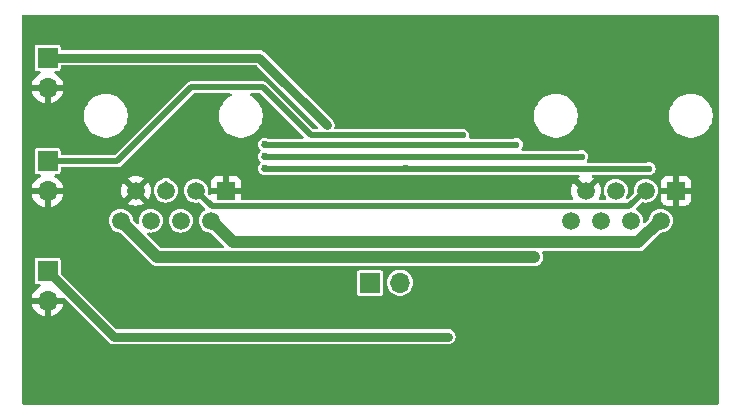
<source format=gbl>
%TF.GenerationSoftware,KiCad,Pcbnew,8.0.4*%
%TF.CreationDate,2024-08-23T02:05:05+01:00*%
%TF.ProjectId,PicoChainReference,5069636f-4368-4616-996e-526566657265,v1.1*%
%TF.SameCoordinates,Original*%
%TF.FileFunction,Copper,L2,Bot*%
%TF.FilePolarity,Positive*%
%FSLAX46Y46*%
G04 Gerber Fmt 4.6, Leading zero omitted, Abs format (unit mm)*
G04 Created by KiCad (PCBNEW 8.0.4) date 2024-08-23 02:05:05*
%MOMM*%
%LPD*%
G01*
G04 APERTURE LIST*
%TA.AperFunction,ComponentPad*%
%ADD10R,1.700000X1.700000*%
%TD*%
%TA.AperFunction,ComponentPad*%
%ADD11O,1.700000X1.700000*%
%TD*%
%TA.AperFunction,ComponentPad*%
%ADD12R,1.500000X1.500000*%
%TD*%
%TA.AperFunction,ComponentPad*%
%ADD13C,1.500000*%
%TD*%
%TA.AperFunction,ViaPad*%
%ADD14C,0.600000*%
%TD*%
%TA.AperFunction,Conductor*%
%ADD15C,0.762000*%
%TD*%
%TA.AperFunction,Conductor*%
%ADD16C,0.508000*%
%TD*%
%TA.AperFunction,Conductor*%
%ADD17C,1.016000*%
%TD*%
G04 APERTURE END LIST*
D10*
%TO.P,J3,1,Pin_1*%
%TO.N,/+12V(R)*%
X102651000Y-88165000D03*
D11*
%TO.P,J3,2,Pin_2*%
%TO.N,GND*%
X102651000Y-90705000D03*
%TD*%
D12*
%TO.P,J1,1*%
%TO.N,GND*%
X117744500Y-81396000D03*
D13*
%TO.P,J1,2*%
%TO.N,+24V*%
X116474500Y-83936000D03*
%TO.P,J1,3*%
%TO.N,Net-(U2-DSCLM)*%
X115204500Y-81396000D03*
%TO.P,J1,4*%
%TO.N,Net-(U2-DSCLP)*%
X113934500Y-83936000D03*
%TO.P,J1,5*%
%TO.N,Net-(U2-DSDAP)*%
X112664500Y-81396000D03*
%TO.P,J1,6*%
%TO.N,Net-(U2-DSDAM)*%
X111394500Y-83936000D03*
%TO.P,J1,7*%
%TO.N,GND*%
X110124500Y-81396000D03*
%TO.P,J1,8*%
%TO.N,+12V*%
X108854500Y-83936000D03*
%TD*%
D10*
%TO.P,J6,1,Pin_1*%
%TO.N,+5V*%
X102651000Y-78894000D03*
D11*
%TO.P,J6,2,Pin_2*%
%TO.N,GND*%
X102651000Y-81434000D03*
%TD*%
D10*
%TO.P,J5,1,Pin_1*%
%TO.N,Net-(J5-Pin_1)*%
X129951000Y-89186000D03*
D11*
%TO.P,J5,2,Pin_2*%
%TO.N,Net-(J5-Pin_2)*%
X132491000Y-89186000D03*
%TD*%
D12*
%TO.P,J2,1*%
%TO.N,GND*%
X155844500Y-81396000D03*
D13*
%TO.P,J2,2*%
%TO.N,+24V*%
X154574500Y-83936000D03*
%TO.P,J2,3*%
%TO.N,Net-(U2-DSCLM)*%
X153304500Y-81396000D03*
%TO.P,J2,4*%
%TO.N,Net-(U2-DSCLP)*%
X152034500Y-83936000D03*
%TO.P,J2,5*%
%TO.N,Net-(U2-DSDAP)*%
X150764500Y-81396000D03*
%TO.P,J2,6*%
%TO.N,Net-(U2-DSDAM)*%
X149494500Y-83936000D03*
%TO.P,J2,7*%
%TO.N,GND*%
X148224500Y-81396000D03*
%TO.P,J2,8*%
%TO.N,+12V*%
X146954500Y-83936000D03*
%TD*%
D10*
%TO.P,J4,1,Pin_1*%
%TO.N,/+5V(M)*%
X102651000Y-70131000D03*
D11*
%TO.P,J4,2,Pin_2*%
%TO.N,GND*%
X102651000Y-72671000D03*
%TD*%
D14*
%TO.N,/+5V(M)*%
X126319000Y-75865000D03*
%TO.N,+5V*%
X137785000Y-76700000D03*
%TO.N,+12V*%
X143894750Y-86995750D03*
%TO.N,Net-(U2-DSDAP)*%
X121031000Y-78486000D03*
X147870500Y-78502000D03*
X133020000Y-78582000D03*
%TO.N,Net-(U2-DSDAM)*%
X121031000Y-77470000D03*
X142330500Y-77486000D03*
X133020000Y-77566000D03*
%TO.N,Net-(U2-DSCLM)*%
X133258000Y-82709000D03*
%TO.N,Net-(U2-DSCLP)*%
X121031000Y-79502000D03*
X153578000Y-79534000D03*
X133020000Y-79492000D03*
%TO.N,/+12V(R)*%
X136560000Y-93758000D03*
%TD*%
D15*
%TO.N,/+5V(M)*%
X120590000Y-70136000D02*
X102656000Y-70136000D01*
X126319000Y-75865000D02*
X120590000Y-70136000D01*
X102656000Y-70136000D02*
X102651000Y-70131000D01*
D16*
%TO.N,+5V*%
X108558000Y-78894000D02*
X102651000Y-78894000D01*
X120904000Y-72644000D02*
X114808000Y-72644000D01*
X114808000Y-72644000D02*
X108558000Y-78894000D01*
X137785000Y-76700000D02*
X124960000Y-76700000D01*
X124960000Y-76700000D02*
X120904000Y-72644000D01*
D17*
%TO.N,+12V*%
X143863500Y-87027000D02*
X111945500Y-87027000D01*
X111945500Y-87027000D02*
X108854500Y-83936000D01*
D15*
X143894750Y-86995750D02*
X143863500Y-87027000D01*
D16*
%TO.N,Net-(U2-DSDAP)*%
X112664500Y-80823500D02*
X112664500Y-81316000D01*
X147870500Y-78502000D02*
X121047000Y-78502000D01*
X121047000Y-78502000D02*
X121031000Y-78486000D01*
X121031000Y-78486000D02*
X121015000Y-78502000D01*
%TO.N,Net-(U2-DSDAM)*%
X121047000Y-77486000D02*
X121031000Y-77470000D01*
X142330500Y-77486000D02*
X121047000Y-77486000D01*
X121031000Y-77470000D02*
X121015000Y-77486000D01*
X149494500Y-83856000D02*
X149042000Y-83856000D01*
%TO.N,Net-(U2-DSCLM)*%
X133258000Y-82709000D02*
X151911500Y-82709000D01*
X151911500Y-82709000D02*
X153304500Y-81316000D01*
X133258000Y-82709000D02*
X133235000Y-82732000D01*
X133235000Y-82732000D02*
X116540500Y-82732000D01*
X116540500Y-82732000D02*
X115204500Y-81396000D01*
%TO.N,Net-(U2-DSCLP)*%
X153578000Y-79534000D02*
X121063000Y-79534000D01*
X121063000Y-79534000D02*
X121031000Y-79502000D01*
X121031000Y-79502000D02*
X120999000Y-79534000D01*
D17*
%TO.N,+24V*%
X116474500Y-83856000D02*
X118375500Y-85757000D01*
X118375500Y-85757000D02*
X152673500Y-85757000D01*
X152673500Y-85757000D02*
X154574500Y-83856000D01*
D15*
%TO.N,/+12V(R)*%
X108244000Y-93758000D02*
X102651000Y-88165000D01*
X136560000Y-93758000D02*
X108244000Y-93758000D01*
%TD*%
%TA.AperFunction,Conductor*%
%TO.N,GND*%
G36*
X159441621Y-66520502D02*
G01*
X159488114Y-66574158D01*
X159499500Y-66626500D01*
X159499500Y-99373500D01*
X159479498Y-99441621D01*
X159425842Y-99488114D01*
X159373500Y-99499500D01*
X100626500Y-99499500D01*
X100558379Y-99479498D01*
X100511886Y-99425842D01*
X100500500Y-99373500D01*
X100500500Y-90450999D01*
X101314455Y-90450999D01*
X101314456Y-90451000D01*
X102220297Y-90451000D01*
X102185075Y-90512007D01*
X102151000Y-90639174D01*
X102151000Y-90770826D01*
X102185075Y-90897993D01*
X102220297Y-90959000D01*
X101314455Y-90959000D01*
X101362176Y-91147449D01*
X101362179Y-91147456D01*
X101452580Y-91353548D01*
X101575674Y-91541958D01*
X101728097Y-91707534D01*
X101905698Y-91845767D01*
X101905699Y-91845768D01*
X102103628Y-91952882D01*
X102103630Y-91952883D01*
X102316483Y-92025955D01*
X102316492Y-92025957D01*
X102397000Y-92039391D01*
X102397000Y-91135702D01*
X102458007Y-91170925D01*
X102585174Y-91205000D01*
X102716826Y-91205000D01*
X102843993Y-91170925D01*
X102905000Y-91135702D01*
X102905000Y-92039390D01*
X102985507Y-92025957D01*
X102985516Y-92025955D01*
X103198369Y-91952883D01*
X103198371Y-91952882D01*
X103396300Y-91845768D01*
X103396301Y-91845767D01*
X103573902Y-91707534D01*
X103726325Y-91541958D01*
X103849419Y-91353548D01*
X103939820Y-91147456D01*
X103939823Y-91147449D01*
X103987544Y-90959000D01*
X103081703Y-90959000D01*
X103116925Y-90897993D01*
X103151000Y-90770826D01*
X103151000Y-90639174D01*
X103116925Y-90512007D01*
X103081703Y-90451000D01*
X103986077Y-90451000D01*
X104054198Y-90471002D01*
X104075172Y-90487905D01*
X107750375Y-94163108D01*
X107838892Y-94251625D01*
X107942978Y-94321173D01*
X108058631Y-94369078D01*
X108181409Y-94393500D01*
X108181410Y-94393500D01*
X136622590Y-94393500D01*
X136622591Y-94393500D01*
X136745369Y-94369078D01*
X136861022Y-94321173D01*
X136965108Y-94251625D01*
X137053625Y-94163108D01*
X137123173Y-94059022D01*
X137171078Y-93943369D01*
X137195500Y-93820591D01*
X137195500Y-93695409D01*
X137171078Y-93572631D01*
X137123173Y-93456978D01*
X137053625Y-93352892D01*
X136965108Y-93264375D01*
X136861022Y-93194827D01*
X136745369Y-93146922D01*
X136622593Y-93122500D01*
X136622591Y-93122500D01*
X108559423Y-93122500D01*
X108491302Y-93102498D01*
X108470328Y-93085595D01*
X103792404Y-88407671D01*
X103758378Y-88345359D01*
X103755499Y-88318576D01*
X103755499Y-88310930D01*
X128846500Y-88310930D01*
X128846500Y-90061063D01*
X128846501Y-90061073D01*
X128861265Y-90135300D01*
X128917516Y-90219484D01*
X129001697Y-90275733D01*
X129001699Y-90275734D01*
X129075933Y-90290500D01*
X130826066Y-90290499D01*
X130826069Y-90290498D01*
X130826073Y-90290498D01*
X130875326Y-90280701D01*
X130900301Y-90275734D01*
X130984484Y-90219484D01*
X131040734Y-90135301D01*
X131055500Y-90061067D01*
X131055499Y-89185995D01*
X131381768Y-89185995D01*
X131381768Y-89186004D01*
X131400654Y-89389819D01*
X131400655Y-89389821D01*
X131456672Y-89586701D01*
X131547912Y-89769935D01*
X131547913Y-89769936D01*
X131671266Y-89933284D01*
X131822536Y-90071185D01*
X131996566Y-90178940D01*
X131996568Y-90178940D01*
X131996573Y-90178944D01*
X132187444Y-90252888D01*
X132388653Y-90290500D01*
X132388655Y-90290500D01*
X132593345Y-90290500D01*
X132593347Y-90290500D01*
X132794556Y-90252888D01*
X132985427Y-90178944D01*
X133159462Y-90071186D01*
X133310732Y-89933285D01*
X133434088Y-89769935D01*
X133525328Y-89586701D01*
X133581345Y-89389821D01*
X133593863Y-89254733D01*
X133600232Y-89186004D01*
X133600232Y-89185995D01*
X133581345Y-88982180D01*
X133581345Y-88982179D01*
X133525328Y-88785299D01*
X133434088Y-88602065D01*
X133393538Y-88548368D01*
X133310733Y-88438715D01*
X133159463Y-88300814D01*
X132985433Y-88193059D01*
X132985428Y-88193057D01*
X132985427Y-88193056D01*
X132985422Y-88193054D01*
X132794559Y-88119113D01*
X132794560Y-88119113D01*
X132794557Y-88119112D01*
X132794556Y-88119112D01*
X132593347Y-88081500D01*
X132388653Y-88081500D01*
X132187444Y-88119112D01*
X132187439Y-88119113D01*
X131996577Y-88193054D01*
X131996566Y-88193059D01*
X131822536Y-88300814D01*
X131671266Y-88438715D01*
X131547913Y-88602063D01*
X131456671Y-88785301D01*
X131400654Y-88982180D01*
X131381768Y-89185995D01*
X131055499Y-89185995D01*
X131055499Y-88310934D01*
X131055498Y-88310930D01*
X131055498Y-88310926D01*
X131040734Y-88236699D01*
X130984483Y-88152515D01*
X130900302Y-88096266D01*
X130826067Y-88081500D01*
X129075936Y-88081500D01*
X129075926Y-88081501D01*
X129001699Y-88096265D01*
X128917515Y-88152516D01*
X128861266Y-88236697D01*
X128846500Y-88310930D01*
X103755499Y-88310930D01*
X103755499Y-87289936D01*
X103755498Y-87289927D01*
X103740734Y-87215699D01*
X103684483Y-87131515D01*
X103600302Y-87075266D01*
X103526067Y-87060500D01*
X101775936Y-87060500D01*
X101775926Y-87060501D01*
X101701699Y-87075265D01*
X101617515Y-87131516D01*
X101561266Y-87215697D01*
X101546500Y-87289930D01*
X101546500Y-89040063D01*
X101546501Y-89040073D01*
X101561265Y-89114300D01*
X101617516Y-89198484D01*
X101701697Y-89254733D01*
X101701699Y-89254734D01*
X101775933Y-89269500D01*
X101952754Y-89269499D01*
X102020873Y-89289501D01*
X102067366Y-89343156D01*
X102077471Y-89413430D01*
X102047978Y-89478011D01*
X102012723Y-89506312D01*
X101905704Y-89564228D01*
X101905698Y-89564232D01*
X101728097Y-89702465D01*
X101575674Y-89868041D01*
X101452580Y-90056451D01*
X101362179Y-90262543D01*
X101362176Y-90262550D01*
X101314455Y-90450999D01*
X100500500Y-90450999D01*
X100500500Y-74924709D01*
X105734000Y-74924709D01*
X105734000Y-75167290D01*
X105765660Y-75407782D01*
X105828444Y-75642095D01*
X105828445Y-75642097D01*
X105828446Y-75642100D01*
X105921276Y-75866212D01*
X105921277Y-75866213D01*
X105921282Y-75866224D01*
X106042561Y-76076285D01*
X106042563Y-76076288D01*
X106042564Y-76076289D01*
X106190235Y-76268738D01*
X106190239Y-76268742D01*
X106190244Y-76268748D01*
X106361751Y-76440255D01*
X106361756Y-76440259D01*
X106361762Y-76440265D01*
X106511610Y-76555247D01*
X106554214Y-76587938D01*
X106764275Y-76709217D01*
X106764279Y-76709218D01*
X106764288Y-76709224D01*
X106988400Y-76802054D01*
X107222711Y-76864838D01*
X107222715Y-76864838D01*
X107222717Y-76864839D01*
X107284702Y-76872999D01*
X107463212Y-76896500D01*
X107463219Y-76896500D01*
X107705781Y-76896500D01*
X107705788Y-76896500D01*
X107923137Y-76867885D01*
X107946282Y-76864839D01*
X107946282Y-76864838D01*
X107946289Y-76864838D01*
X108180600Y-76802054D01*
X108404712Y-76709224D01*
X108614789Y-76587936D01*
X108807238Y-76440265D01*
X108978765Y-76268738D01*
X109126436Y-76076289D01*
X109247724Y-75866212D01*
X109340554Y-75642100D01*
X109403338Y-75407789D01*
X109435000Y-75167288D01*
X109435000Y-74924712D01*
X109403338Y-74684211D01*
X109340554Y-74449900D01*
X109247724Y-74225788D01*
X109247718Y-74225779D01*
X109247717Y-74225775D01*
X109126438Y-74015714D01*
X109052137Y-73918883D01*
X108978765Y-73823262D01*
X108978759Y-73823256D01*
X108978755Y-73823251D01*
X108807248Y-73651744D01*
X108807242Y-73651739D01*
X108807238Y-73651735D01*
X108614789Y-73504064D01*
X108614788Y-73504063D01*
X108614785Y-73504061D01*
X108404724Y-73382782D01*
X108404716Y-73382778D01*
X108404712Y-73382776D01*
X108180600Y-73289946D01*
X108180597Y-73289945D01*
X108180595Y-73289944D01*
X107946282Y-73227160D01*
X107705790Y-73195500D01*
X107705788Y-73195500D01*
X107463212Y-73195500D01*
X107463209Y-73195500D01*
X107222717Y-73227160D01*
X106988404Y-73289944D01*
X106988400Y-73289946D01*
X106764286Y-73382777D01*
X106764275Y-73382782D01*
X106554214Y-73504061D01*
X106361762Y-73651735D01*
X106361751Y-73651744D01*
X106190244Y-73823251D01*
X106190235Y-73823262D01*
X106042561Y-74015714D01*
X105921282Y-74225775D01*
X105921277Y-74225786D01*
X105828446Y-74449900D01*
X105828444Y-74449904D01*
X105765660Y-74684217D01*
X105734000Y-74924709D01*
X100500500Y-74924709D01*
X100500500Y-72416999D01*
X101314455Y-72416999D01*
X101314456Y-72417000D01*
X102220297Y-72417000D01*
X102185075Y-72478007D01*
X102151000Y-72605174D01*
X102151000Y-72736826D01*
X102185075Y-72863993D01*
X102220297Y-72925000D01*
X101314455Y-72925000D01*
X101362176Y-73113449D01*
X101362179Y-73113456D01*
X101452580Y-73319548D01*
X101575674Y-73507958D01*
X101728097Y-73673534D01*
X101905698Y-73811767D01*
X101905699Y-73811768D01*
X102103628Y-73918882D01*
X102103630Y-73918883D01*
X102316483Y-73991955D01*
X102316492Y-73991957D01*
X102397000Y-74005391D01*
X102397000Y-73101702D01*
X102458007Y-73136925D01*
X102585174Y-73171000D01*
X102716826Y-73171000D01*
X102843993Y-73136925D01*
X102905000Y-73101702D01*
X102905000Y-74005390D01*
X102985507Y-73991957D01*
X102985516Y-73991955D01*
X103198369Y-73918883D01*
X103198371Y-73918882D01*
X103396300Y-73811768D01*
X103396301Y-73811767D01*
X103573902Y-73673534D01*
X103726325Y-73507958D01*
X103849419Y-73319548D01*
X103939820Y-73113456D01*
X103939823Y-73113449D01*
X103987544Y-72925000D01*
X103081703Y-72925000D01*
X103116925Y-72863993D01*
X103151000Y-72736826D01*
X103151000Y-72605174D01*
X103116925Y-72478007D01*
X103081703Y-72417000D01*
X103987544Y-72417000D01*
X103987544Y-72416999D01*
X103939823Y-72228550D01*
X103939820Y-72228543D01*
X103849419Y-72022451D01*
X103726325Y-71834041D01*
X103573902Y-71668465D01*
X103396303Y-71530233D01*
X103289275Y-71472313D01*
X103238885Y-71422299D01*
X103223533Y-71352982D01*
X103248094Y-71286369D01*
X103304769Y-71243610D01*
X103349244Y-71235499D01*
X103526066Y-71235499D01*
X103526069Y-71235498D01*
X103526073Y-71235498D01*
X103575326Y-71225701D01*
X103600301Y-71220734D01*
X103684484Y-71164484D01*
X103740734Y-71080301D01*
X103755500Y-71006067D01*
X103755500Y-70897500D01*
X103775502Y-70829379D01*
X103829158Y-70782886D01*
X103881500Y-70771500D01*
X120274577Y-70771500D01*
X120342698Y-70791502D01*
X120363672Y-70808405D01*
X125531672Y-75976405D01*
X125565698Y-76038717D01*
X125560633Y-76109532D01*
X125518086Y-76166368D01*
X125451566Y-76191179D01*
X125442577Y-76191500D01*
X125222818Y-76191500D01*
X125154697Y-76171498D01*
X125133723Y-76154595D01*
X121216233Y-72237104D01*
X121216223Y-72237096D01*
X121100278Y-72170155D01*
X121100276Y-72170154D01*
X121100274Y-72170153D01*
X120970945Y-72135500D01*
X114874946Y-72135500D01*
X114741055Y-72135500D01*
X114611726Y-72170153D01*
X114611724Y-72170154D01*
X114611721Y-72170155D01*
X114495775Y-72237097D01*
X114495772Y-72237099D01*
X108384277Y-78348595D01*
X108321965Y-78382621D01*
X108295182Y-78385500D01*
X103881499Y-78385500D01*
X103813378Y-78365498D01*
X103766885Y-78311842D01*
X103755499Y-78259500D01*
X103755499Y-78018936D01*
X103755498Y-78018927D01*
X103740734Y-77944699D01*
X103698488Y-77881474D01*
X103684484Y-77860516D01*
X103684483Y-77860515D01*
X103600302Y-77804266D01*
X103526067Y-77789500D01*
X101775936Y-77789500D01*
X101775926Y-77789501D01*
X101701699Y-77804265D01*
X101617515Y-77860516D01*
X101561266Y-77944697D01*
X101546500Y-78018930D01*
X101546500Y-79769063D01*
X101546501Y-79769073D01*
X101561265Y-79843300D01*
X101617516Y-79927484D01*
X101701697Y-79983733D01*
X101701699Y-79983734D01*
X101775933Y-79998500D01*
X101952755Y-79998499D01*
X102020873Y-80018501D01*
X102067366Y-80072156D01*
X102077471Y-80142430D01*
X102047978Y-80207011D01*
X102012723Y-80235312D01*
X101905704Y-80293228D01*
X101905698Y-80293232D01*
X101728097Y-80431465D01*
X101575674Y-80597041D01*
X101452580Y-80785451D01*
X101362179Y-80991543D01*
X101362176Y-80991550D01*
X101314455Y-81179999D01*
X101314456Y-81180000D01*
X102220297Y-81180000D01*
X102185075Y-81241007D01*
X102151000Y-81368174D01*
X102151000Y-81499826D01*
X102185075Y-81626993D01*
X102220297Y-81688000D01*
X101314455Y-81688000D01*
X101362176Y-81876449D01*
X101362179Y-81876456D01*
X101452580Y-82082548D01*
X101575674Y-82270958D01*
X101728097Y-82436534D01*
X101905698Y-82574767D01*
X101905699Y-82574768D01*
X102103628Y-82681882D01*
X102103630Y-82681883D01*
X102316483Y-82754955D01*
X102316492Y-82754957D01*
X102397000Y-82768391D01*
X102397000Y-81864702D01*
X102458007Y-81899925D01*
X102585174Y-81934000D01*
X102716826Y-81934000D01*
X102843993Y-81899925D01*
X102905000Y-81864702D01*
X102905000Y-82768390D01*
X102985507Y-82754957D01*
X102985516Y-82754955D01*
X103198369Y-82681883D01*
X103198371Y-82681882D01*
X103396300Y-82574768D01*
X103396301Y-82574767D01*
X103573902Y-82436534D01*
X103726325Y-82270958D01*
X103849419Y-82082548D01*
X103939820Y-81876456D01*
X103939823Y-81876449D01*
X103987544Y-81688000D01*
X103081703Y-81688000D01*
X103116925Y-81626993D01*
X103151000Y-81499826D01*
X103151000Y-81396000D01*
X108861695Y-81396000D01*
X108880880Y-81615287D01*
X108937850Y-81827903D01*
X108937852Y-81827907D01*
X109030879Y-82027403D01*
X109073300Y-82087987D01*
X109744500Y-81416788D01*
X109744500Y-81446028D01*
X109770396Y-81542675D01*
X109820424Y-81629325D01*
X109891175Y-81700076D01*
X109977825Y-81750104D01*
X110074472Y-81776000D01*
X110103710Y-81776000D01*
X109432511Y-82447197D01*
X109432511Y-82447198D01*
X109493097Y-82489621D01*
X109692592Y-82582647D01*
X109692596Y-82582649D01*
X109905212Y-82639619D01*
X110124500Y-82658804D01*
X110343787Y-82639619D01*
X110556403Y-82582649D01*
X110556407Y-82582647D01*
X110755899Y-82489622D01*
X110816487Y-82447197D01*
X110816487Y-82447196D01*
X110145291Y-81776000D01*
X110174528Y-81776000D01*
X110271175Y-81750104D01*
X110357825Y-81700076D01*
X110428576Y-81629325D01*
X110478604Y-81542675D01*
X110504500Y-81446028D01*
X110504500Y-81416791D01*
X111175696Y-82087987D01*
X111175697Y-82087987D01*
X111218122Y-82027399D01*
X111311147Y-81827907D01*
X111311149Y-81827903D01*
X111368119Y-81615287D01*
X111387304Y-81396000D01*
X111387304Y-81395997D01*
X111655140Y-81395997D01*
X111655140Y-81396002D01*
X111674533Y-81592909D01*
X111674534Y-81592915D01*
X111674535Y-81592916D01*
X111731973Y-81782265D01*
X111825248Y-81956770D01*
X111950775Y-82109725D01*
X112103730Y-82235252D01*
X112278235Y-82328527D01*
X112467584Y-82385965D01*
X112467588Y-82385965D01*
X112467590Y-82385966D01*
X112664497Y-82405360D01*
X112664500Y-82405360D01*
X112664503Y-82405360D01*
X112861409Y-82385966D01*
X112861410Y-82385965D01*
X112861416Y-82385965D01*
X113050765Y-82328527D01*
X113225270Y-82235252D01*
X113378225Y-82109725D01*
X113503752Y-81956770D01*
X113597027Y-81782265D01*
X113654465Y-81592916D01*
X113659414Y-81542675D01*
X113673860Y-81396002D01*
X113673860Y-81395997D01*
X113654466Y-81199090D01*
X113654465Y-81199088D01*
X113654465Y-81199084D01*
X113597027Y-81009735D01*
X113503752Y-80835230D01*
X113378225Y-80682275D01*
X113225270Y-80556748D01*
X113188148Y-80536906D01*
X113050766Y-80463473D01*
X113050761Y-80463471D01*
X113041966Y-80460803D01*
X112989454Y-80429326D01*
X112976727Y-80416599D01*
X112976724Y-80416597D01*
X112860778Y-80349655D01*
X112860776Y-80349654D01*
X112860774Y-80349653D01*
X112731445Y-80315000D01*
X112597555Y-80315000D01*
X112468226Y-80349653D01*
X112468224Y-80349654D01*
X112468221Y-80349655D01*
X112352278Y-80416596D01*
X112352268Y-80416603D01*
X112339540Y-80429331D01*
X112287034Y-80460803D01*
X112278240Y-80463471D01*
X112278230Y-80463475D01*
X112103729Y-80556748D01*
X111950775Y-80682275D01*
X111825248Y-80835229D01*
X111731973Y-81009734D01*
X111674533Y-81199090D01*
X111655140Y-81395997D01*
X111387304Y-81395997D01*
X111368119Y-81176712D01*
X111311149Y-80964096D01*
X111311147Y-80964092D01*
X111218119Y-80764594D01*
X111175699Y-80704011D01*
X111175697Y-80704011D01*
X110504500Y-81375208D01*
X110504500Y-81345972D01*
X110478604Y-81249325D01*
X110428576Y-81162675D01*
X110357825Y-81091924D01*
X110271175Y-81041896D01*
X110174528Y-81016000D01*
X110145290Y-81016000D01*
X110816487Y-80344800D01*
X110755903Y-80302379D01*
X110556407Y-80209352D01*
X110556403Y-80209350D01*
X110343787Y-80152380D01*
X110124500Y-80133195D01*
X109905212Y-80152380D01*
X109692596Y-80209350D01*
X109692592Y-80209352D01*
X109493098Y-80302378D01*
X109432510Y-80344801D01*
X110103709Y-81016000D01*
X110074472Y-81016000D01*
X109977825Y-81041896D01*
X109891175Y-81091924D01*
X109820424Y-81162675D01*
X109770396Y-81249325D01*
X109744500Y-81345972D01*
X109744500Y-81375209D01*
X109073301Y-80704010D01*
X109030878Y-80764598D01*
X108937852Y-80964092D01*
X108937850Y-80964096D01*
X108880880Y-81176712D01*
X108861695Y-81396000D01*
X103151000Y-81396000D01*
X103151000Y-81368174D01*
X103116925Y-81241007D01*
X103081703Y-81180000D01*
X103987544Y-81180000D01*
X103987544Y-81179999D01*
X103939823Y-80991550D01*
X103939820Y-80991543D01*
X103849419Y-80785451D01*
X103726325Y-80597041D01*
X103573902Y-80431465D01*
X103396303Y-80293233D01*
X103289275Y-80235313D01*
X103238885Y-80185299D01*
X103223533Y-80115982D01*
X103248094Y-80049369D01*
X103304769Y-80006610D01*
X103349244Y-79998499D01*
X103526066Y-79998499D01*
X103526069Y-79998498D01*
X103526073Y-79998498D01*
X103587128Y-79986354D01*
X103600301Y-79983734D01*
X103684484Y-79927484D01*
X103740734Y-79843301D01*
X103755500Y-79769067D01*
X103755500Y-79528500D01*
X103775502Y-79460379D01*
X103829158Y-79413886D01*
X103881500Y-79402500D01*
X108624943Y-79402500D01*
X108624945Y-79402500D01*
X108754274Y-79367847D01*
X108870227Y-79300901D01*
X114981722Y-73189404D01*
X115044034Y-73155379D01*
X115070817Y-73152500D01*
X118122898Y-73152500D01*
X118191019Y-73172502D01*
X118237512Y-73226158D01*
X118247616Y-73296432D01*
X118218122Y-73361012D01*
X118185898Y-73387619D01*
X117984215Y-73504061D01*
X117791762Y-73651735D01*
X117791751Y-73651744D01*
X117620244Y-73823251D01*
X117620235Y-73823262D01*
X117472561Y-74015714D01*
X117351282Y-74225775D01*
X117351277Y-74225786D01*
X117258446Y-74449900D01*
X117258444Y-74449904D01*
X117195660Y-74684217D01*
X117164000Y-74924709D01*
X117164000Y-75167290D01*
X117195660Y-75407782D01*
X117258444Y-75642095D01*
X117258445Y-75642097D01*
X117258446Y-75642100D01*
X117351276Y-75866212D01*
X117351277Y-75866213D01*
X117351282Y-75866224D01*
X117472561Y-76076285D01*
X117472563Y-76076288D01*
X117472564Y-76076289D01*
X117620235Y-76268738D01*
X117620239Y-76268742D01*
X117620244Y-76268748D01*
X117791751Y-76440255D01*
X117791756Y-76440259D01*
X117791762Y-76440265D01*
X117941610Y-76555247D01*
X117984214Y-76587938D01*
X118194275Y-76709217D01*
X118194279Y-76709218D01*
X118194288Y-76709224D01*
X118418400Y-76802054D01*
X118652711Y-76864838D01*
X118652715Y-76864838D01*
X118652717Y-76864839D01*
X118714702Y-76872999D01*
X118893212Y-76896500D01*
X118893219Y-76896500D01*
X119135781Y-76896500D01*
X119135788Y-76896500D01*
X119353137Y-76867885D01*
X119376282Y-76864839D01*
X119376282Y-76864838D01*
X119376289Y-76864838D01*
X119610600Y-76802054D01*
X119834712Y-76709224D01*
X120044789Y-76587936D01*
X120237238Y-76440265D01*
X120408765Y-76268738D01*
X120556436Y-76076289D01*
X120677724Y-75866212D01*
X120770554Y-75642100D01*
X120833338Y-75407789D01*
X120865000Y-75167288D01*
X120865000Y-74924712D01*
X120833338Y-74684211D01*
X120770554Y-74449900D01*
X120677724Y-74225788D01*
X120677718Y-74225779D01*
X120677717Y-74225775D01*
X120556438Y-74015714D01*
X120482137Y-73918883D01*
X120408765Y-73823262D01*
X120408759Y-73823256D01*
X120408755Y-73823251D01*
X120237248Y-73651744D01*
X120237242Y-73651739D01*
X120237238Y-73651735D01*
X120044789Y-73504064D01*
X120044784Y-73504061D01*
X119843102Y-73387619D01*
X119794109Y-73336236D01*
X119780673Y-73266523D01*
X119807059Y-73200612D01*
X119864892Y-73159430D01*
X119906102Y-73152500D01*
X120641182Y-73152500D01*
X120709303Y-73172502D01*
X120730277Y-73189405D01*
X124303277Y-76762405D01*
X124337303Y-76824717D01*
X124332238Y-76895532D01*
X124289691Y-76952368D01*
X124223171Y-76977179D01*
X124214182Y-76977500D01*
X121316042Y-76977500D01*
X121267824Y-76967909D01*
X121175752Y-76929771D01*
X121031000Y-76910715D01*
X120886247Y-76929771D01*
X120831695Y-76952368D01*
X120751358Y-76985645D01*
X120751357Y-76985646D01*
X120751356Y-76985646D01*
X120635526Y-77074526D01*
X120546646Y-77190356D01*
X120546645Y-77190358D01*
X120540018Y-77206357D01*
X120490771Y-77325247D01*
X120471715Y-77469999D01*
X120471715Y-77470000D01*
X120490771Y-77614752D01*
X120546644Y-77749641D01*
X120546649Y-77749649D01*
X120635525Y-77865473D01*
X120651900Y-77878039D01*
X120693766Y-77935378D01*
X120697986Y-78006249D01*
X120663221Y-78068151D01*
X120651900Y-78077961D01*
X120635527Y-78090524D01*
X120546646Y-78206356D01*
X120546645Y-78206358D01*
X120540018Y-78222357D01*
X120490771Y-78341247D01*
X120471715Y-78485999D01*
X120471715Y-78486000D01*
X120490771Y-78630752D01*
X120546644Y-78765641D01*
X120546649Y-78765649D01*
X120635525Y-78881473D01*
X120651900Y-78894039D01*
X120693766Y-78951378D01*
X120697986Y-79022249D01*
X120663221Y-79084151D01*
X120651900Y-79093961D01*
X120635527Y-79106524D01*
X120546646Y-79222356D01*
X120546645Y-79222358D01*
X120533390Y-79254358D01*
X120490771Y-79357247D01*
X120471715Y-79501999D01*
X120471715Y-79502000D01*
X120490772Y-79646754D01*
X120521607Y-79721198D01*
X120522584Y-79724075D01*
X120527734Y-79736504D01*
X120529068Y-79739210D01*
X120546644Y-79781641D01*
X120546649Y-79781649D01*
X120574597Y-79818071D01*
X120583753Y-79831774D01*
X120592095Y-79846223D01*
X120592099Y-79846228D01*
X120603891Y-79858020D01*
X120614757Y-79870409D01*
X120635525Y-79897473D01*
X120635526Y-79897474D01*
X120662588Y-79918239D01*
X120674970Y-79929098D01*
X120686773Y-79940901D01*
X120701229Y-79949247D01*
X120714917Y-79958393D01*
X120751357Y-79986355D01*
X120793778Y-80003926D01*
X120796486Y-80005262D01*
X120802723Y-80007845D01*
X120802726Y-80007847D01*
X120802728Y-80007847D01*
X120808963Y-80010430D01*
X120811817Y-80011398D01*
X120886246Y-80042228D01*
X121031000Y-80061285D01*
X121165500Y-80043578D01*
X121181946Y-80042500D01*
X132945013Y-80042500D01*
X132961459Y-80043578D01*
X133020000Y-80051285D01*
X133078541Y-80043578D01*
X133094987Y-80042500D01*
X147582060Y-80042500D01*
X147650181Y-80062502D01*
X147696674Y-80116158D01*
X147706778Y-80186432D01*
X147677284Y-80251012D01*
X147635310Y-80282695D01*
X147593098Y-80302378D01*
X147532510Y-80344801D01*
X148203709Y-81016000D01*
X148174472Y-81016000D01*
X148077825Y-81041896D01*
X147991175Y-81091924D01*
X147920424Y-81162675D01*
X147870396Y-81249325D01*
X147844500Y-81345972D01*
X147844500Y-81375209D01*
X147173301Y-80704010D01*
X147130878Y-80764598D01*
X147037852Y-80964092D01*
X147037850Y-80964096D01*
X146980880Y-81176712D01*
X146961695Y-81396000D01*
X146980880Y-81615287D01*
X147037850Y-81827903D01*
X147037852Y-81827907D01*
X147128010Y-82021250D01*
X147138671Y-82091441D01*
X147109691Y-82156254D01*
X147050272Y-82195111D01*
X147013815Y-82200500D01*
X133504415Y-82200500D01*
X133456197Y-82190909D01*
X133402752Y-82168771D01*
X133258000Y-82149715D01*
X133113247Y-82168771D01*
X133004277Y-82213909D01*
X132956059Y-82223500D01*
X119128500Y-82223500D01*
X119060379Y-82203498D01*
X119013886Y-82149842D01*
X119002500Y-82097500D01*
X119002500Y-81650000D01*
X118027901Y-81650000D01*
X118048576Y-81629325D01*
X118098604Y-81542675D01*
X118124500Y-81446028D01*
X118124500Y-81345972D01*
X118098604Y-81249325D01*
X118048576Y-81162675D01*
X118027901Y-81142000D01*
X119002500Y-81142000D01*
X119002500Y-80597414D01*
X119002499Y-80597402D01*
X118995994Y-80536906D01*
X118944944Y-80400035D01*
X118944944Y-80400034D01*
X118857404Y-80283095D01*
X118740465Y-80195555D01*
X118603593Y-80144505D01*
X118543097Y-80138000D01*
X117998500Y-80138000D01*
X117998500Y-81112599D01*
X117977825Y-81091924D01*
X117891175Y-81041896D01*
X117794528Y-81016000D01*
X117694472Y-81016000D01*
X117597825Y-81041896D01*
X117511175Y-81091924D01*
X117490500Y-81112599D01*
X117490500Y-80138000D01*
X116945902Y-80138000D01*
X116885406Y-80144505D01*
X116748535Y-80195555D01*
X116748534Y-80195555D01*
X116631595Y-80283095D01*
X116544055Y-80400034D01*
X116544055Y-80400035D01*
X116493005Y-80536906D01*
X116486500Y-80597402D01*
X116486500Y-81142000D01*
X117461099Y-81142000D01*
X117440424Y-81162675D01*
X117390396Y-81249325D01*
X117364500Y-81345972D01*
X117364500Y-81446028D01*
X117390396Y-81542675D01*
X117440424Y-81629325D01*
X117461099Y-81650000D01*
X116486500Y-81650000D01*
X116486500Y-81654682D01*
X116466498Y-81722803D01*
X116412842Y-81769296D01*
X116342568Y-81779400D01*
X116277988Y-81749906D01*
X116271405Y-81743777D01*
X116229823Y-81702195D01*
X116195797Y-81639883D01*
X116195437Y-81599231D01*
X116193858Y-81599076D01*
X116194466Y-81592909D01*
X116213860Y-81396000D01*
X116213860Y-81395997D01*
X116194466Y-81199090D01*
X116194465Y-81199088D01*
X116194465Y-81199084D01*
X116137027Y-81009735D01*
X116043752Y-80835230D01*
X115918225Y-80682275D01*
X115765270Y-80556748D01*
X115590765Y-80463473D01*
X115401416Y-80406035D01*
X115401415Y-80406034D01*
X115401409Y-80406033D01*
X115204503Y-80386640D01*
X115204497Y-80386640D01*
X115007590Y-80406033D01*
X114818234Y-80463473D01*
X114643729Y-80556748D01*
X114490775Y-80682275D01*
X114365248Y-80835229D01*
X114271973Y-81009734D01*
X114214533Y-81199090D01*
X114195140Y-81395997D01*
X114195140Y-81396002D01*
X114214533Y-81592909D01*
X114214534Y-81592915D01*
X114214535Y-81592916D01*
X114271973Y-81782265D01*
X114365248Y-81956770D01*
X114490775Y-82109725D01*
X114643730Y-82235252D01*
X114818235Y-82328527D01*
X115007584Y-82385965D01*
X115007588Y-82385965D01*
X115007590Y-82385966D01*
X115204497Y-82405360D01*
X115204500Y-82405360D01*
X115204502Y-82405360D01*
X115288658Y-82397070D01*
X115401416Y-82385965D01*
X115401417Y-82385964D01*
X115407576Y-82385358D01*
X115407817Y-82387808D01*
X115467718Y-82393161D01*
X115510695Y-82421323D01*
X115971108Y-82881736D01*
X116005134Y-82944048D01*
X116000069Y-83014863D01*
X115957522Y-83071699D01*
X115941412Y-83081951D01*
X115932435Y-83086749D01*
X115913727Y-83096749D01*
X115760775Y-83222275D01*
X115635248Y-83375229D01*
X115541973Y-83549734D01*
X115484533Y-83739090D01*
X115465140Y-83935997D01*
X115465140Y-83936002D01*
X115484533Y-84132909D01*
X115484534Y-84132915D01*
X115484535Y-84132916D01*
X115541973Y-84322265D01*
X115635248Y-84496770D01*
X115760775Y-84649725D01*
X115913730Y-84775252D01*
X116088235Y-84868527D01*
X116277584Y-84925965D01*
X116277588Y-84925965D01*
X116277590Y-84925966D01*
X116395007Y-84937530D01*
X116441860Y-84942145D01*
X116507692Y-84968727D01*
X116518605Y-84978443D01*
X117589567Y-86049405D01*
X117623593Y-86111717D01*
X117618528Y-86182532D01*
X117575981Y-86239368D01*
X117509461Y-86264179D01*
X117500472Y-86264500D01*
X112313528Y-86264500D01*
X112245407Y-86244498D01*
X112224433Y-86227595D01*
X111141787Y-85144949D01*
X111107761Y-85082637D01*
X111112826Y-85011822D01*
X111155373Y-84954986D01*
X111221893Y-84930175D01*
X111243231Y-84930460D01*
X111273112Y-84933404D01*
X111394498Y-84945360D01*
X111394500Y-84945360D01*
X111394503Y-84945360D01*
X111591409Y-84925966D01*
X111591410Y-84925965D01*
X111591416Y-84925965D01*
X111780765Y-84868527D01*
X111955270Y-84775252D01*
X112108225Y-84649725D01*
X112233752Y-84496770D01*
X112327027Y-84322265D01*
X112384465Y-84132916D01*
X112384858Y-84128931D01*
X112403860Y-83936002D01*
X112403860Y-83935997D01*
X112925140Y-83935997D01*
X112925140Y-83936002D01*
X112944533Y-84132909D01*
X112944534Y-84132915D01*
X112944535Y-84132916D01*
X113001973Y-84322265D01*
X113095248Y-84496770D01*
X113220775Y-84649725D01*
X113373730Y-84775252D01*
X113548235Y-84868527D01*
X113737584Y-84925965D01*
X113737588Y-84925965D01*
X113737590Y-84925966D01*
X113934497Y-84945360D01*
X113934500Y-84945360D01*
X113934503Y-84945360D01*
X114131409Y-84925966D01*
X114131410Y-84925965D01*
X114131416Y-84925965D01*
X114320765Y-84868527D01*
X114495270Y-84775252D01*
X114648225Y-84649725D01*
X114773752Y-84496770D01*
X114867027Y-84322265D01*
X114924465Y-84132916D01*
X114924858Y-84128931D01*
X114943860Y-83936002D01*
X114943860Y-83935997D01*
X114924466Y-83739090D01*
X114924465Y-83739088D01*
X114924465Y-83739084D01*
X114867027Y-83549735D01*
X114773752Y-83375230D01*
X114648225Y-83222275D01*
X114495270Y-83096748D01*
X114320765Y-83003473D01*
X114131416Y-82946035D01*
X114131415Y-82946034D01*
X114131409Y-82946033D01*
X113934503Y-82926640D01*
X113934497Y-82926640D01*
X113737590Y-82946033D01*
X113548234Y-83003473D01*
X113373729Y-83096748D01*
X113220775Y-83222275D01*
X113095248Y-83375229D01*
X113001973Y-83549734D01*
X112944533Y-83739090D01*
X112925140Y-83935997D01*
X112403860Y-83935997D01*
X112384466Y-83739090D01*
X112384465Y-83739088D01*
X112384465Y-83739084D01*
X112327027Y-83549735D01*
X112233752Y-83375230D01*
X112108225Y-83222275D01*
X111955270Y-83096748D01*
X111780765Y-83003473D01*
X111591416Y-82946035D01*
X111591415Y-82946034D01*
X111591409Y-82946033D01*
X111394503Y-82926640D01*
X111394497Y-82926640D01*
X111197590Y-82946033D01*
X111008234Y-83003473D01*
X110833729Y-83096748D01*
X110680775Y-83222275D01*
X110555248Y-83375229D01*
X110461973Y-83549734D01*
X110404533Y-83739090D01*
X110385140Y-83935997D01*
X110385140Y-83936003D01*
X110400038Y-84087267D01*
X110386809Y-84157020D01*
X110337969Y-84208548D01*
X110269024Y-84225492D01*
X110201863Y-84202470D01*
X110185550Y-84188712D01*
X109888202Y-83891364D01*
X109854176Y-83829052D01*
X109851904Y-83814617D01*
X109844466Y-83739091D01*
X109844465Y-83739089D01*
X109844465Y-83739084D01*
X109787027Y-83549735D01*
X109693752Y-83375230D01*
X109568225Y-83222275D01*
X109415270Y-83096748D01*
X109240765Y-83003473D01*
X109051416Y-82946035D01*
X109051415Y-82946034D01*
X109051409Y-82946033D01*
X108854503Y-82926640D01*
X108854497Y-82926640D01*
X108657590Y-82946033D01*
X108468234Y-83003473D01*
X108293729Y-83096748D01*
X108140775Y-83222275D01*
X108015248Y-83375229D01*
X107921973Y-83549734D01*
X107864533Y-83739090D01*
X107845140Y-83935997D01*
X107845140Y-83936002D01*
X107864533Y-84132909D01*
X107864534Y-84132915D01*
X107864535Y-84132916D01*
X107921973Y-84322265D01*
X108015248Y-84496770D01*
X108140775Y-84649725D01*
X108293730Y-84775252D01*
X108468235Y-84868527D01*
X108657584Y-84925965D01*
X108657589Y-84925965D01*
X108657591Y-84925966D01*
X108703234Y-84930461D01*
X108733117Y-84933404D01*
X108798950Y-84959985D01*
X108809864Y-84969702D01*
X111459430Y-87619269D01*
X111459434Y-87619272D01*
X111459435Y-87619273D01*
X111556358Y-87684034D01*
X111556357Y-87684034D01*
X111584317Y-87702716D01*
X111584319Y-87702717D01*
X111584321Y-87702718D01*
X111723087Y-87760197D01*
X111870400Y-87789500D01*
X143938600Y-87789500D01*
X144085913Y-87760197D01*
X144224679Y-87702718D01*
X144349565Y-87619272D01*
X144455772Y-87513065D01*
X144539218Y-87388179D01*
X144596697Y-87249413D01*
X144626000Y-87102100D01*
X144626000Y-86951900D01*
X144596697Y-86804587D01*
X144596695Y-86804583D01*
X144596693Y-86804575D01*
X144550774Y-86693719D01*
X144543184Y-86623129D01*
X144574963Y-86559642D01*
X144636020Y-86523414D01*
X144667182Y-86519500D01*
X152748600Y-86519500D01*
X152895913Y-86490197D01*
X152895919Y-86490194D01*
X152895924Y-86490193D01*
X152943357Y-86470544D01*
X153034679Y-86432718D01*
X153034890Y-86432577D01*
X153159565Y-86349273D01*
X154530396Y-84978440D01*
X154592705Y-84944418D01*
X154607131Y-84942145D01*
X154695888Y-84933404D01*
X154771409Y-84925966D01*
X154771410Y-84925965D01*
X154771416Y-84925965D01*
X154960765Y-84868527D01*
X155135270Y-84775252D01*
X155288225Y-84649725D01*
X155413752Y-84496770D01*
X155507027Y-84322265D01*
X155564465Y-84132916D01*
X155564858Y-84128931D01*
X155583860Y-83936002D01*
X155583860Y-83935997D01*
X155564466Y-83739090D01*
X155564465Y-83739088D01*
X155564465Y-83739084D01*
X155507027Y-83549735D01*
X155413752Y-83375230D01*
X155288225Y-83222275D01*
X155135270Y-83096748D01*
X154960765Y-83003473D01*
X154771416Y-82946035D01*
X154771415Y-82946034D01*
X154771409Y-82946033D01*
X154574503Y-82926640D01*
X154574497Y-82926640D01*
X154377590Y-82946033D01*
X154188234Y-83003473D01*
X154013729Y-83096748D01*
X153860775Y-83222275D01*
X153735248Y-83375229D01*
X153641973Y-83549734D01*
X153582739Y-83745006D01*
X153581100Y-83744508D01*
X153551981Y-83800152D01*
X153550420Y-83801740D01*
X153252190Y-84099970D01*
X153189878Y-84133996D01*
X153119063Y-84128931D01*
X153062227Y-84086384D01*
X153037416Y-84019864D01*
X153037702Y-83998525D01*
X153043860Y-83936002D01*
X153043860Y-83935997D01*
X153024466Y-83739090D01*
X153024465Y-83739088D01*
X153024465Y-83739084D01*
X152967027Y-83549735D01*
X152873752Y-83375230D01*
X152748225Y-83222275D01*
X152662368Y-83151814D01*
X152595272Y-83096749D01*
X152515455Y-83054086D01*
X152464807Y-83004333D01*
X152449098Y-82935097D01*
X152473314Y-82868358D01*
X152485750Y-82853876D01*
X152936086Y-82403540D01*
X152998396Y-82369516D01*
X153061755Y-82372063D01*
X153082796Y-82378445D01*
X153107581Y-82385964D01*
X153107584Y-82385965D01*
X153256191Y-82400601D01*
X153304498Y-82405360D01*
X153304500Y-82405360D01*
X153304503Y-82405360D01*
X153501409Y-82385966D01*
X153501410Y-82385965D01*
X153501416Y-82385965D01*
X153690765Y-82328527D01*
X153865270Y-82235252D01*
X154018225Y-82109725D01*
X154143752Y-81956770D01*
X154237027Y-81782265D01*
X154294465Y-81592916D01*
X154299414Y-81542675D01*
X154313860Y-81396002D01*
X154313860Y-81395997D01*
X154294466Y-81199090D01*
X154294465Y-81199088D01*
X154294465Y-81199084D01*
X154237027Y-81009735D01*
X154143752Y-80835230D01*
X154018225Y-80682275D01*
X153914807Y-80597402D01*
X154586500Y-80597402D01*
X154586500Y-81142000D01*
X155561099Y-81142000D01*
X155540424Y-81162675D01*
X155490396Y-81249325D01*
X155464500Y-81345972D01*
X155464500Y-81446028D01*
X155490396Y-81542675D01*
X155540424Y-81629325D01*
X155561099Y-81650000D01*
X154586500Y-81650000D01*
X154586500Y-82194597D01*
X154593005Y-82255093D01*
X154644055Y-82391964D01*
X154644055Y-82391965D01*
X154731595Y-82508904D01*
X154848534Y-82596444D01*
X154985406Y-82647494D01*
X155045902Y-82653999D01*
X155045915Y-82654000D01*
X155590500Y-82654000D01*
X155590500Y-81679401D01*
X155611175Y-81700076D01*
X155697825Y-81750104D01*
X155794472Y-81776000D01*
X155894528Y-81776000D01*
X155991175Y-81750104D01*
X156077825Y-81700076D01*
X156098500Y-81679401D01*
X156098500Y-82654000D01*
X156643085Y-82654000D01*
X156643097Y-82653999D01*
X156703593Y-82647494D01*
X156840464Y-82596444D01*
X156840465Y-82596444D01*
X156957404Y-82508904D01*
X157044944Y-82391965D01*
X157044944Y-82391964D01*
X157095994Y-82255093D01*
X157102499Y-82194597D01*
X157102500Y-82194585D01*
X157102500Y-81650000D01*
X156127901Y-81650000D01*
X156148576Y-81629325D01*
X156198604Y-81542675D01*
X156224500Y-81446028D01*
X156224500Y-81345972D01*
X156198604Y-81249325D01*
X156148576Y-81162675D01*
X156127901Y-81142000D01*
X157102500Y-81142000D01*
X157102500Y-80597414D01*
X157102499Y-80597402D01*
X157095994Y-80536906D01*
X157044944Y-80400035D01*
X157044944Y-80400034D01*
X156957404Y-80283095D01*
X156840465Y-80195555D01*
X156703593Y-80144505D01*
X156643097Y-80138000D01*
X156098500Y-80138000D01*
X156098500Y-81112599D01*
X156077825Y-81091924D01*
X155991175Y-81041896D01*
X155894528Y-81016000D01*
X155794472Y-81016000D01*
X155697825Y-81041896D01*
X155611175Y-81091924D01*
X155590500Y-81112599D01*
X155590500Y-80138000D01*
X155045902Y-80138000D01*
X154985406Y-80144505D01*
X154848535Y-80195555D01*
X154848534Y-80195555D01*
X154731595Y-80283095D01*
X154644055Y-80400034D01*
X154644055Y-80400035D01*
X154593005Y-80536906D01*
X154586500Y-80597402D01*
X153914807Y-80597402D01*
X153865270Y-80556748D01*
X153690765Y-80463473D01*
X153501416Y-80406035D01*
X153501415Y-80406034D01*
X153501409Y-80406033D01*
X153304503Y-80386640D01*
X153304497Y-80386640D01*
X153107590Y-80406033D01*
X152918234Y-80463473D01*
X152743729Y-80556748D01*
X152590775Y-80682275D01*
X152465248Y-80835229D01*
X152371973Y-81009734D01*
X152314533Y-81199090D01*
X152295140Y-81395997D01*
X152295140Y-81396004D01*
X152308147Y-81528076D01*
X152294918Y-81597829D01*
X152271850Y-81629520D01*
X151812994Y-82088377D01*
X151750681Y-82122402D01*
X151679866Y-82117338D01*
X151623030Y-82074791D01*
X151598219Y-82008271D01*
X151612775Y-81939888D01*
X151697027Y-81782265D01*
X151754465Y-81592916D01*
X151759414Y-81542675D01*
X151773860Y-81396002D01*
X151773860Y-81395997D01*
X151754466Y-81199090D01*
X151754465Y-81199088D01*
X151754465Y-81199084D01*
X151697027Y-81009735D01*
X151603752Y-80835230D01*
X151478225Y-80682275D01*
X151325270Y-80556748D01*
X151150765Y-80463473D01*
X150961416Y-80406035D01*
X150961415Y-80406034D01*
X150961409Y-80406033D01*
X150764503Y-80386640D01*
X150764497Y-80386640D01*
X150567590Y-80406033D01*
X150378234Y-80463473D01*
X150203729Y-80556748D01*
X150050775Y-80682275D01*
X149925248Y-80835229D01*
X149831973Y-81009734D01*
X149774533Y-81199090D01*
X149755140Y-81395997D01*
X149755140Y-81396002D01*
X149774533Y-81592909D01*
X149774534Y-81592915D01*
X149774535Y-81592916D01*
X149791851Y-81650000D01*
X149831973Y-81782265D01*
X149925248Y-81956770D01*
X149956267Y-81994567D01*
X149984020Y-82059914D01*
X149972038Y-82129892D01*
X149924125Y-82182284D01*
X149858867Y-82200500D01*
X149435185Y-82200500D01*
X149367064Y-82180498D01*
X149320571Y-82126842D01*
X149310467Y-82056568D01*
X149320990Y-82021250D01*
X149411147Y-81827907D01*
X149411149Y-81827903D01*
X149468119Y-81615287D01*
X149487304Y-81396000D01*
X149468119Y-81176712D01*
X149411149Y-80964096D01*
X149411147Y-80964092D01*
X149318119Y-80764594D01*
X149275699Y-80704011D01*
X149275697Y-80704011D01*
X148604500Y-81375208D01*
X148604500Y-81345972D01*
X148578604Y-81249325D01*
X148528576Y-81162675D01*
X148457825Y-81091924D01*
X148371175Y-81041896D01*
X148274528Y-81016000D01*
X148245290Y-81016000D01*
X148916487Y-80344800D01*
X148855903Y-80302379D01*
X148813691Y-80282695D01*
X148760406Y-80235777D01*
X148740945Y-80167500D01*
X148761487Y-80099540D01*
X148815510Y-80053475D01*
X148866941Y-80042500D01*
X153331585Y-80042500D01*
X153379802Y-80052090D01*
X153433246Y-80074228D01*
X153578000Y-80093285D01*
X153722754Y-80074228D01*
X153857643Y-80018355D01*
X153973474Y-79929474D01*
X154062355Y-79813643D01*
X154118228Y-79678754D01*
X154137285Y-79534000D01*
X154118228Y-79389246D01*
X154062355Y-79254358D01*
X153973474Y-79138526D01*
X153973472Y-79138524D01*
X153973471Y-79138523D01*
X153857649Y-79049649D01*
X153857641Y-79049644D01*
X153722752Y-78993771D01*
X153578000Y-78974715D01*
X153433246Y-78993771D01*
X153433245Y-78993772D01*
X153379803Y-79015909D01*
X153331585Y-79025500D01*
X148423239Y-79025500D01*
X148355118Y-79005498D01*
X148308625Y-78951842D01*
X148298521Y-78881568D01*
X148323276Y-78822797D01*
X148354855Y-78781643D01*
X148410728Y-78646754D01*
X148429785Y-78502000D01*
X148427678Y-78485999D01*
X148410728Y-78357247D01*
X148410728Y-78357246D01*
X148354855Y-78222358D01*
X148265974Y-78106526D01*
X148265972Y-78106524D01*
X148265971Y-78106523D01*
X148150149Y-78017649D01*
X148150141Y-78017644D01*
X148015252Y-77961771D01*
X147870500Y-77942715D01*
X147725746Y-77961771D01*
X147725745Y-77961772D01*
X147672303Y-77983909D01*
X147624085Y-77993500D01*
X142895517Y-77993500D01*
X142827396Y-77973498D01*
X142780903Y-77919842D01*
X142770799Y-77849568D01*
X142795554Y-77790796D01*
X142796548Y-77789501D01*
X142814855Y-77765643D01*
X142870728Y-77630754D01*
X142889785Y-77486000D01*
X142887678Y-77469999D01*
X142870728Y-77341247D01*
X142870728Y-77341246D01*
X142814855Y-77206358D01*
X142725974Y-77090526D01*
X142725972Y-77090524D01*
X142725971Y-77090523D01*
X142610149Y-77001649D01*
X142610141Y-77001644D01*
X142475252Y-76945771D01*
X142330500Y-76926715D01*
X142185746Y-76945771D01*
X142185745Y-76945772D01*
X142132303Y-76967909D01*
X142084085Y-76977500D01*
X138451427Y-76977500D01*
X138383306Y-76957498D01*
X138336813Y-76903842D01*
X138326505Y-76835054D01*
X138344285Y-76700000D01*
X138344285Y-76699999D01*
X138325228Y-76555247D01*
X138325228Y-76555246D01*
X138269355Y-76420358D01*
X138180474Y-76304526D01*
X138180472Y-76304524D01*
X138180471Y-76304523D01*
X138064649Y-76215649D01*
X138064641Y-76215644D01*
X137929752Y-76159771D01*
X137785000Y-76140715D01*
X137640246Y-76159771D01*
X137640245Y-76159772D01*
X137586803Y-76181909D01*
X137538585Y-76191500D01*
X127055536Y-76191500D01*
X126987415Y-76171498D01*
X126940922Y-76117842D01*
X126930818Y-76047568D01*
X126931952Y-76040944D01*
X126954500Y-75927591D01*
X126954500Y-75802409D01*
X126930078Y-75679631D01*
X126882173Y-75563978D01*
X126812625Y-75459892D01*
X126277442Y-74924709D01*
X143834000Y-74924709D01*
X143834000Y-75167290D01*
X143865660Y-75407782D01*
X143928444Y-75642095D01*
X143928445Y-75642097D01*
X143928446Y-75642100D01*
X144021276Y-75866212D01*
X144021277Y-75866213D01*
X144021282Y-75866224D01*
X144142561Y-76076285D01*
X144142563Y-76076288D01*
X144142564Y-76076289D01*
X144290235Y-76268738D01*
X144290239Y-76268742D01*
X144290244Y-76268748D01*
X144461751Y-76440255D01*
X144461756Y-76440259D01*
X144461762Y-76440265D01*
X144611610Y-76555247D01*
X144654214Y-76587938D01*
X144864275Y-76709217D01*
X144864279Y-76709218D01*
X144864288Y-76709224D01*
X145088400Y-76802054D01*
X145322711Y-76864838D01*
X145322715Y-76864838D01*
X145322717Y-76864839D01*
X145384702Y-76872999D01*
X145563212Y-76896500D01*
X145563219Y-76896500D01*
X145805781Y-76896500D01*
X145805788Y-76896500D01*
X146023137Y-76867885D01*
X146046282Y-76864839D01*
X146046282Y-76864838D01*
X146046289Y-76864838D01*
X146280600Y-76802054D01*
X146504712Y-76709224D01*
X146714789Y-76587936D01*
X146907238Y-76440265D01*
X147078765Y-76268738D01*
X147226436Y-76076289D01*
X147347724Y-75866212D01*
X147440554Y-75642100D01*
X147503338Y-75407789D01*
X147535000Y-75167288D01*
X147535000Y-74924712D01*
X147535000Y-74924709D01*
X155264000Y-74924709D01*
X155264000Y-75167290D01*
X155295660Y-75407782D01*
X155358444Y-75642095D01*
X155358445Y-75642097D01*
X155358446Y-75642100D01*
X155451276Y-75866212D01*
X155451277Y-75866213D01*
X155451282Y-75866224D01*
X155572561Y-76076285D01*
X155572563Y-76076288D01*
X155572564Y-76076289D01*
X155720235Y-76268738D01*
X155720239Y-76268742D01*
X155720244Y-76268748D01*
X155891751Y-76440255D01*
X155891756Y-76440259D01*
X155891762Y-76440265D01*
X156041610Y-76555247D01*
X156084214Y-76587938D01*
X156294275Y-76709217D01*
X156294279Y-76709218D01*
X156294288Y-76709224D01*
X156518400Y-76802054D01*
X156752711Y-76864838D01*
X156752715Y-76864838D01*
X156752717Y-76864839D01*
X156814702Y-76872999D01*
X156993212Y-76896500D01*
X156993219Y-76896500D01*
X157235781Y-76896500D01*
X157235788Y-76896500D01*
X157453137Y-76867885D01*
X157476282Y-76864839D01*
X157476282Y-76864838D01*
X157476289Y-76864838D01*
X157710600Y-76802054D01*
X157934712Y-76709224D01*
X158144789Y-76587936D01*
X158337238Y-76440265D01*
X158508765Y-76268738D01*
X158656436Y-76076289D01*
X158777724Y-75866212D01*
X158870554Y-75642100D01*
X158933338Y-75407789D01*
X158965000Y-75167288D01*
X158965000Y-74924712D01*
X158933338Y-74684211D01*
X158870554Y-74449900D01*
X158777724Y-74225788D01*
X158777718Y-74225779D01*
X158777717Y-74225775D01*
X158656438Y-74015714D01*
X158582137Y-73918883D01*
X158508765Y-73823262D01*
X158508759Y-73823256D01*
X158508755Y-73823251D01*
X158337248Y-73651744D01*
X158337242Y-73651739D01*
X158337238Y-73651735D01*
X158144789Y-73504064D01*
X158144788Y-73504063D01*
X158144785Y-73504061D01*
X157934724Y-73382782D01*
X157934716Y-73382778D01*
X157934712Y-73382776D01*
X157710600Y-73289946D01*
X157710597Y-73289945D01*
X157710595Y-73289944D01*
X157476282Y-73227160D01*
X157235790Y-73195500D01*
X157235788Y-73195500D01*
X156993212Y-73195500D01*
X156993209Y-73195500D01*
X156752717Y-73227160D01*
X156518404Y-73289944D01*
X156518400Y-73289946D01*
X156294286Y-73382777D01*
X156294275Y-73382782D01*
X156084214Y-73504061D01*
X155891762Y-73651735D01*
X155891751Y-73651744D01*
X155720244Y-73823251D01*
X155720235Y-73823262D01*
X155572561Y-74015714D01*
X155451282Y-74225775D01*
X155451277Y-74225786D01*
X155358446Y-74449900D01*
X155358444Y-74449904D01*
X155295660Y-74684217D01*
X155264000Y-74924709D01*
X147535000Y-74924709D01*
X147503338Y-74684211D01*
X147440554Y-74449900D01*
X147347724Y-74225788D01*
X147347718Y-74225779D01*
X147347717Y-74225775D01*
X147226438Y-74015714D01*
X147152137Y-73918883D01*
X147078765Y-73823262D01*
X147078759Y-73823256D01*
X147078755Y-73823251D01*
X146907248Y-73651744D01*
X146907242Y-73651739D01*
X146907238Y-73651735D01*
X146714789Y-73504064D01*
X146714788Y-73504063D01*
X146714785Y-73504061D01*
X146504724Y-73382782D01*
X146504716Y-73382778D01*
X146504712Y-73382776D01*
X146280600Y-73289946D01*
X146280597Y-73289945D01*
X146280595Y-73289944D01*
X146046282Y-73227160D01*
X145805790Y-73195500D01*
X145805788Y-73195500D01*
X145563212Y-73195500D01*
X145563209Y-73195500D01*
X145322717Y-73227160D01*
X145088404Y-73289944D01*
X145088400Y-73289946D01*
X144864286Y-73382777D01*
X144864275Y-73382782D01*
X144654214Y-73504061D01*
X144461762Y-73651735D01*
X144461751Y-73651744D01*
X144290244Y-73823251D01*
X144290235Y-73823262D01*
X144142561Y-74015714D01*
X144021282Y-74225775D01*
X144021277Y-74225786D01*
X143928446Y-74449900D01*
X143928444Y-74449904D01*
X143865660Y-74684217D01*
X143834000Y-74924709D01*
X126277442Y-74924709D01*
X120995108Y-69642375D01*
X120891022Y-69572827D01*
X120775369Y-69524922D01*
X120652593Y-69500500D01*
X120652591Y-69500500D01*
X103881499Y-69500500D01*
X103813378Y-69480498D01*
X103766885Y-69426842D01*
X103755499Y-69374500D01*
X103755499Y-69255936D01*
X103755498Y-69255927D01*
X103740734Y-69181699D01*
X103684483Y-69097515D01*
X103600302Y-69041266D01*
X103526067Y-69026500D01*
X101775936Y-69026500D01*
X101775926Y-69026501D01*
X101701699Y-69041265D01*
X101617515Y-69097516D01*
X101561266Y-69181697D01*
X101546500Y-69255930D01*
X101546500Y-71006063D01*
X101546501Y-71006073D01*
X101561265Y-71080300D01*
X101617516Y-71164484D01*
X101701697Y-71220733D01*
X101701699Y-71220734D01*
X101775933Y-71235500D01*
X101952755Y-71235499D01*
X102020873Y-71255501D01*
X102067366Y-71309156D01*
X102077471Y-71379430D01*
X102047978Y-71444011D01*
X102012723Y-71472312D01*
X101905704Y-71530228D01*
X101905698Y-71530232D01*
X101728097Y-71668465D01*
X101575674Y-71834041D01*
X101452580Y-72022451D01*
X101362179Y-72228543D01*
X101362176Y-72228550D01*
X101314455Y-72416999D01*
X100500500Y-72416999D01*
X100500500Y-66626500D01*
X100520502Y-66558379D01*
X100574158Y-66511886D01*
X100626500Y-66500500D01*
X159373500Y-66500500D01*
X159441621Y-66520502D01*
G37*
%TD.AperFunction*%
%TD*%
M02*

</source>
